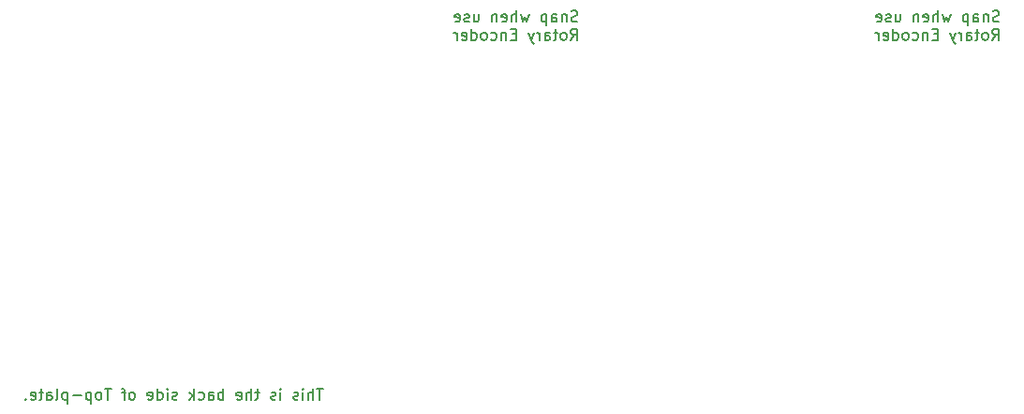
<source format=gbo>
G04 #@! TF.GenerationSoftware,KiCad,Pcbnew,5.1.5*
G04 #@! TF.CreationDate,2019-12-12T01:12:10+09:00*
G04 #@! TF.ProjectId,Navpad_top-32u4,4e617670-6164-45f7-946f-702d33327534,rev?*
G04 #@! TF.SameCoordinates,Original*
G04 #@! TF.FileFunction,Legend,Bot*
G04 #@! TF.FilePolarity,Positive*
%FSLAX46Y46*%
G04 Gerber Fmt 4.6, Leading zero omitted, Abs format (unit mm)*
G04 Created by KiCad (PCBNEW 5.1.5) date 2019-12-12 01:12:10*
%MOMM*%
%LPD*%
G04 APERTURE LIST*
%ADD10C,0.150000*%
G04 APERTURE END LIST*
D10*
X196873119Y-47268261D02*
X196730261Y-47315880D01*
X196492166Y-47315880D01*
X196396928Y-47268261D01*
X196349309Y-47220642D01*
X196301690Y-47125404D01*
X196301690Y-47030166D01*
X196349309Y-46934928D01*
X196396928Y-46887309D01*
X196492166Y-46839690D01*
X196682642Y-46792071D01*
X196777880Y-46744452D01*
X196825500Y-46696833D01*
X196873119Y-46601595D01*
X196873119Y-46506357D01*
X196825500Y-46411119D01*
X196777880Y-46363500D01*
X196682642Y-46315880D01*
X196444547Y-46315880D01*
X196301690Y-46363500D01*
X195873119Y-46649214D02*
X195873119Y-47315880D01*
X195873119Y-46744452D02*
X195825500Y-46696833D01*
X195730261Y-46649214D01*
X195587404Y-46649214D01*
X195492166Y-46696833D01*
X195444547Y-46792071D01*
X195444547Y-47315880D01*
X194539785Y-47315880D02*
X194539785Y-46792071D01*
X194587404Y-46696833D01*
X194682642Y-46649214D01*
X194873119Y-46649214D01*
X194968357Y-46696833D01*
X194539785Y-47268261D02*
X194635023Y-47315880D01*
X194873119Y-47315880D01*
X194968357Y-47268261D01*
X195015976Y-47173023D01*
X195015976Y-47077785D01*
X194968357Y-46982547D01*
X194873119Y-46934928D01*
X194635023Y-46934928D01*
X194539785Y-46887309D01*
X194063595Y-46649214D02*
X194063595Y-47649214D01*
X194063595Y-46696833D02*
X193968357Y-46649214D01*
X193777880Y-46649214D01*
X193682642Y-46696833D01*
X193635023Y-46744452D01*
X193587404Y-46839690D01*
X193587404Y-47125404D01*
X193635023Y-47220642D01*
X193682642Y-47268261D01*
X193777880Y-47315880D01*
X193968357Y-47315880D01*
X194063595Y-47268261D01*
X192492166Y-46649214D02*
X192301690Y-47315880D01*
X192111214Y-46839690D01*
X191920738Y-47315880D01*
X191730261Y-46649214D01*
X191349309Y-47315880D02*
X191349309Y-46315880D01*
X190920738Y-47315880D02*
X190920738Y-46792071D01*
X190968357Y-46696833D01*
X191063595Y-46649214D01*
X191206452Y-46649214D01*
X191301690Y-46696833D01*
X191349309Y-46744452D01*
X190063595Y-47268261D02*
X190158833Y-47315880D01*
X190349309Y-47315880D01*
X190444547Y-47268261D01*
X190492166Y-47173023D01*
X190492166Y-46792071D01*
X190444547Y-46696833D01*
X190349309Y-46649214D01*
X190158833Y-46649214D01*
X190063595Y-46696833D01*
X190015976Y-46792071D01*
X190015976Y-46887309D01*
X190492166Y-46982547D01*
X189587404Y-46649214D02*
X189587404Y-47315880D01*
X189587404Y-46744452D02*
X189539785Y-46696833D01*
X189444547Y-46649214D01*
X189301690Y-46649214D01*
X189206452Y-46696833D01*
X189158833Y-46792071D01*
X189158833Y-47315880D01*
X187492166Y-46649214D02*
X187492166Y-47315880D01*
X187920738Y-46649214D02*
X187920738Y-47173023D01*
X187873119Y-47268261D01*
X187777880Y-47315880D01*
X187635023Y-47315880D01*
X187539785Y-47268261D01*
X187492166Y-47220642D01*
X187063595Y-47268261D02*
X186968357Y-47315880D01*
X186777880Y-47315880D01*
X186682642Y-47268261D01*
X186635023Y-47173023D01*
X186635023Y-47125404D01*
X186682642Y-47030166D01*
X186777880Y-46982547D01*
X186920738Y-46982547D01*
X187015976Y-46934928D01*
X187063595Y-46839690D01*
X187063595Y-46792071D01*
X187015976Y-46696833D01*
X186920738Y-46649214D01*
X186777880Y-46649214D01*
X186682642Y-46696833D01*
X185825500Y-47268261D02*
X185920738Y-47315880D01*
X186111214Y-47315880D01*
X186206452Y-47268261D01*
X186254071Y-47173023D01*
X186254071Y-46792071D01*
X186206452Y-46696833D01*
X186111214Y-46649214D01*
X185920738Y-46649214D01*
X185825500Y-46696833D01*
X185777880Y-46792071D01*
X185777880Y-46887309D01*
X186254071Y-46982547D01*
X196254071Y-48965880D02*
X196587404Y-48489690D01*
X196825500Y-48965880D02*
X196825500Y-47965880D01*
X196444547Y-47965880D01*
X196349309Y-48013500D01*
X196301690Y-48061119D01*
X196254071Y-48156357D01*
X196254071Y-48299214D01*
X196301690Y-48394452D01*
X196349309Y-48442071D01*
X196444547Y-48489690D01*
X196825500Y-48489690D01*
X195682642Y-48965880D02*
X195777880Y-48918261D01*
X195825500Y-48870642D01*
X195873119Y-48775404D01*
X195873119Y-48489690D01*
X195825500Y-48394452D01*
X195777880Y-48346833D01*
X195682642Y-48299214D01*
X195539785Y-48299214D01*
X195444547Y-48346833D01*
X195396928Y-48394452D01*
X195349309Y-48489690D01*
X195349309Y-48775404D01*
X195396928Y-48870642D01*
X195444547Y-48918261D01*
X195539785Y-48965880D01*
X195682642Y-48965880D01*
X195063595Y-48299214D02*
X194682642Y-48299214D01*
X194920738Y-47965880D02*
X194920738Y-48823023D01*
X194873119Y-48918261D01*
X194777880Y-48965880D01*
X194682642Y-48965880D01*
X193920738Y-48965880D02*
X193920738Y-48442071D01*
X193968357Y-48346833D01*
X194063595Y-48299214D01*
X194254071Y-48299214D01*
X194349309Y-48346833D01*
X193920738Y-48918261D02*
X194015976Y-48965880D01*
X194254071Y-48965880D01*
X194349309Y-48918261D01*
X194396928Y-48823023D01*
X194396928Y-48727785D01*
X194349309Y-48632547D01*
X194254071Y-48584928D01*
X194015976Y-48584928D01*
X193920738Y-48537309D01*
X193444547Y-48965880D02*
X193444547Y-48299214D01*
X193444547Y-48489690D02*
X193396928Y-48394452D01*
X193349309Y-48346833D01*
X193254071Y-48299214D01*
X193158833Y-48299214D01*
X192920738Y-48299214D02*
X192682642Y-48965880D01*
X192444547Y-48299214D02*
X192682642Y-48965880D01*
X192777880Y-49203976D01*
X192825500Y-49251595D01*
X192920738Y-49299214D01*
X191301690Y-48442071D02*
X190968357Y-48442071D01*
X190825500Y-48965880D02*
X191301690Y-48965880D01*
X191301690Y-47965880D01*
X190825500Y-47965880D01*
X190396928Y-48299214D02*
X190396928Y-48965880D01*
X190396928Y-48394452D02*
X190349309Y-48346833D01*
X190254071Y-48299214D01*
X190111214Y-48299214D01*
X190015976Y-48346833D01*
X189968357Y-48442071D01*
X189968357Y-48965880D01*
X189063595Y-48918261D02*
X189158833Y-48965880D01*
X189349309Y-48965880D01*
X189444547Y-48918261D01*
X189492166Y-48870642D01*
X189539785Y-48775404D01*
X189539785Y-48489690D01*
X189492166Y-48394452D01*
X189444547Y-48346833D01*
X189349309Y-48299214D01*
X189158833Y-48299214D01*
X189063595Y-48346833D01*
X188492166Y-48965880D02*
X188587404Y-48918261D01*
X188635023Y-48870642D01*
X188682642Y-48775404D01*
X188682642Y-48489690D01*
X188635023Y-48394452D01*
X188587404Y-48346833D01*
X188492166Y-48299214D01*
X188349309Y-48299214D01*
X188254071Y-48346833D01*
X188206452Y-48394452D01*
X188158833Y-48489690D01*
X188158833Y-48775404D01*
X188206452Y-48870642D01*
X188254071Y-48918261D01*
X188349309Y-48965880D01*
X188492166Y-48965880D01*
X187301690Y-48965880D02*
X187301690Y-47965880D01*
X187301690Y-48918261D02*
X187396928Y-48965880D01*
X187587404Y-48965880D01*
X187682642Y-48918261D01*
X187730261Y-48870642D01*
X187777880Y-48775404D01*
X187777880Y-48489690D01*
X187730261Y-48394452D01*
X187682642Y-48346833D01*
X187587404Y-48299214D01*
X187396928Y-48299214D01*
X187301690Y-48346833D01*
X186444547Y-48918261D02*
X186539785Y-48965880D01*
X186730261Y-48965880D01*
X186825500Y-48918261D01*
X186873119Y-48823023D01*
X186873119Y-48442071D01*
X186825500Y-48346833D01*
X186730261Y-48299214D01*
X186539785Y-48299214D01*
X186444547Y-48346833D01*
X186396928Y-48442071D01*
X186396928Y-48537309D01*
X186873119Y-48632547D01*
X185968357Y-48965880D02*
X185968357Y-48299214D01*
X185968357Y-48489690D02*
X185920738Y-48394452D01*
X185873119Y-48346833D01*
X185777880Y-48299214D01*
X185682642Y-48299214D01*
X158773119Y-47268261D02*
X158630261Y-47315880D01*
X158392166Y-47315880D01*
X158296928Y-47268261D01*
X158249309Y-47220642D01*
X158201690Y-47125404D01*
X158201690Y-47030166D01*
X158249309Y-46934928D01*
X158296928Y-46887309D01*
X158392166Y-46839690D01*
X158582642Y-46792071D01*
X158677880Y-46744452D01*
X158725500Y-46696833D01*
X158773119Y-46601595D01*
X158773119Y-46506357D01*
X158725500Y-46411119D01*
X158677880Y-46363500D01*
X158582642Y-46315880D01*
X158344547Y-46315880D01*
X158201690Y-46363500D01*
X157773119Y-46649214D02*
X157773119Y-47315880D01*
X157773119Y-46744452D02*
X157725500Y-46696833D01*
X157630261Y-46649214D01*
X157487404Y-46649214D01*
X157392166Y-46696833D01*
X157344547Y-46792071D01*
X157344547Y-47315880D01*
X156439785Y-47315880D02*
X156439785Y-46792071D01*
X156487404Y-46696833D01*
X156582642Y-46649214D01*
X156773119Y-46649214D01*
X156868357Y-46696833D01*
X156439785Y-47268261D02*
X156535023Y-47315880D01*
X156773119Y-47315880D01*
X156868357Y-47268261D01*
X156915976Y-47173023D01*
X156915976Y-47077785D01*
X156868357Y-46982547D01*
X156773119Y-46934928D01*
X156535023Y-46934928D01*
X156439785Y-46887309D01*
X155963595Y-46649214D02*
X155963595Y-47649214D01*
X155963595Y-46696833D02*
X155868357Y-46649214D01*
X155677880Y-46649214D01*
X155582642Y-46696833D01*
X155535023Y-46744452D01*
X155487404Y-46839690D01*
X155487404Y-47125404D01*
X155535023Y-47220642D01*
X155582642Y-47268261D01*
X155677880Y-47315880D01*
X155868357Y-47315880D01*
X155963595Y-47268261D01*
X154392166Y-46649214D02*
X154201690Y-47315880D01*
X154011214Y-46839690D01*
X153820738Y-47315880D01*
X153630261Y-46649214D01*
X153249309Y-47315880D02*
X153249309Y-46315880D01*
X152820738Y-47315880D02*
X152820738Y-46792071D01*
X152868357Y-46696833D01*
X152963595Y-46649214D01*
X153106452Y-46649214D01*
X153201690Y-46696833D01*
X153249309Y-46744452D01*
X151963595Y-47268261D02*
X152058833Y-47315880D01*
X152249309Y-47315880D01*
X152344547Y-47268261D01*
X152392166Y-47173023D01*
X152392166Y-46792071D01*
X152344547Y-46696833D01*
X152249309Y-46649214D01*
X152058833Y-46649214D01*
X151963595Y-46696833D01*
X151915976Y-46792071D01*
X151915976Y-46887309D01*
X152392166Y-46982547D01*
X151487404Y-46649214D02*
X151487404Y-47315880D01*
X151487404Y-46744452D02*
X151439785Y-46696833D01*
X151344547Y-46649214D01*
X151201690Y-46649214D01*
X151106452Y-46696833D01*
X151058833Y-46792071D01*
X151058833Y-47315880D01*
X149392166Y-46649214D02*
X149392166Y-47315880D01*
X149820738Y-46649214D02*
X149820738Y-47173023D01*
X149773119Y-47268261D01*
X149677880Y-47315880D01*
X149535023Y-47315880D01*
X149439785Y-47268261D01*
X149392166Y-47220642D01*
X148963595Y-47268261D02*
X148868357Y-47315880D01*
X148677880Y-47315880D01*
X148582642Y-47268261D01*
X148535023Y-47173023D01*
X148535023Y-47125404D01*
X148582642Y-47030166D01*
X148677880Y-46982547D01*
X148820738Y-46982547D01*
X148915976Y-46934928D01*
X148963595Y-46839690D01*
X148963595Y-46792071D01*
X148915976Y-46696833D01*
X148820738Y-46649214D01*
X148677880Y-46649214D01*
X148582642Y-46696833D01*
X147725500Y-47268261D02*
X147820738Y-47315880D01*
X148011214Y-47315880D01*
X148106452Y-47268261D01*
X148154071Y-47173023D01*
X148154071Y-46792071D01*
X148106452Y-46696833D01*
X148011214Y-46649214D01*
X147820738Y-46649214D01*
X147725500Y-46696833D01*
X147677880Y-46792071D01*
X147677880Y-46887309D01*
X148154071Y-46982547D01*
X158154071Y-48965880D02*
X158487404Y-48489690D01*
X158725500Y-48965880D02*
X158725500Y-47965880D01*
X158344547Y-47965880D01*
X158249309Y-48013500D01*
X158201690Y-48061119D01*
X158154071Y-48156357D01*
X158154071Y-48299214D01*
X158201690Y-48394452D01*
X158249309Y-48442071D01*
X158344547Y-48489690D01*
X158725500Y-48489690D01*
X157582642Y-48965880D02*
X157677880Y-48918261D01*
X157725500Y-48870642D01*
X157773119Y-48775404D01*
X157773119Y-48489690D01*
X157725500Y-48394452D01*
X157677880Y-48346833D01*
X157582642Y-48299214D01*
X157439785Y-48299214D01*
X157344547Y-48346833D01*
X157296928Y-48394452D01*
X157249309Y-48489690D01*
X157249309Y-48775404D01*
X157296928Y-48870642D01*
X157344547Y-48918261D01*
X157439785Y-48965880D01*
X157582642Y-48965880D01*
X156963595Y-48299214D02*
X156582642Y-48299214D01*
X156820738Y-47965880D02*
X156820738Y-48823023D01*
X156773119Y-48918261D01*
X156677880Y-48965880D01*
X156582642Y-48965880D01*
X155820738Y-48965880D02*
X155820738Y-48442071D01*
X155868357Y-48346833D01*
X155963595Y-48299214D01*
X156154071Y-48299214D01*
X156249309Y-48346833D01*
X155820738Y-48918261D02*
X155915976Y-48965880D01*
X156154071Y-48965880D01*
X156249309Y-48918261D01*
X156296928Y-48823023D01*
X156296928Y-48727785D01*
X156249309Y-48632547D01*
X156154071Y-48584928D01*
X155915976Y-48584928D01*
X155820738Y-48537309D01*
X155344547Y-48965880D02*
X155344547Y-48299214D01*
X155344547Y-48489690D02*
X155296928Y-48394452D01*
X155249309Y-48346833D01*
X155154071Y-48299214D01*
X155058833Y-48299214D01*
X154820738Y-48299214D02*
X154582642Y-48965880D01*
X154344547Y-48299214D02*
X154582642Y-48965880D01*
X154677880Y-49203976D01*
X154725500Y-49251595D01*
X154820738Y-49299214D01*
X153201690Y-48442071D02*
X152868357Y-48442071D01*
X152725500Y-48965880D02*
X153201690Y-48965880D01*
X153201690Y-47965880D01*
X152725500Y-47965880D01*
X152296928Y-48299214D02*
X152296928Y-48965880D01*
X152296928Y-48394452D02*
X152249309Y-48346833D01*
X152154071Y-48299214D01*
X152011214Y-48299214D01*
X151915976Y-48346833D01*
X151868357Y-48442071D01*
X151868357Y-48965880D01*
X150963595Y-48918261D02*
X151058833Y-48965880D01*
X151249309Y-48965880D01*
X151344547Y-48918261D01*
X151392166Y-48870642D01*
X151439785Y-48775404D01*
X151439785Y-48489690D01*
X151392166Y-48394452D01*
X151344547Y-48346833D01*
X151249309Y-48299214D01*
X151058833Y-48299214D01*
X150963595Y-48346833D01*
X150392166Y-48965880D02*
X150487404Y-48918261D01*
X150535023Y-48870642D01*
X150582642Y-48775404D01*
X150582642Y-48489690D01*
X150535023Y-48394452D01*
X150487404Y-48346833D01*
X150392166Y-48299214D01*
X150249309Y-48299214D01*
X150154071Y-48346833D01*
X150106452Y-48394452D01*
X150058833Y-48489690D01*
X150058833Y-48775404D01*
X150106452Y-48870642D01*
X150154071Y-48918261D01*
X150249309Y-48965880D01*
X150392166Y-48965880D01*
X149201690Y-48965880D02*
X149201690Y-47965880D01*
X149201690Y-48918261D02*
X149296928Y-48965880D01*
X149487404Y-48965880D01*
X149582642Y-48918261D01*
X149630261Y-48870642D01*
X149677880Y-48775404D01*
X149677880Y-48489690D01*
X149630261Y-48394452D01*
X149582642Y-48346833D01*
X149487404Y-48299214D01*
X149296928Y-48299214D01*
X149201690Y-48346833D01*
X148344547Y-48918261D02*
X148439785Y-48965880D01*
X148630261Y-48965880D01*
X148725500Y-48918261D01*
X148773119Y-48823023D01*
X148773119Y-48442071D01*
X148725500Y-48346833D01*
X148630261Y-48299214D01*
X148439785Y-48299214D01*
X148344547Y-48346833D01*
X148296928Y-48442071D01*
X148296928Y-48537309D01*
X148773119Y-48632547D01*
X147868357Y-48965880D02*
X147868357Y-48299214D01*
X147868357Y-48489690D02*
X147820738Y-48394452D01*
X147773119Y-48346833D01*
X147677880Y-48299214D01*
X147582642Y-48299214D01*
X135769250Y-80478380D02*
X135197821Y-80478380D01*
X135483535Y-81478380D02*
X135483535Y-80478380D01*
X134864488Y-81478380D02*
X134864488Y-80478380D01*
X134435916Y-81478380D02*
X134435916Y-80954571D01*
X134483535Y-80859333D01*
X134578773Y-80811714D01*
X134721630Y-80811714D01*
X134816869Y-80859333D01*
X134864488Y-80906952D01*
X133959726Y-81478380D02*
X133959726Y-80811714D01*
X133959726Y-80478380D02*
X134007345Y-80526000D01*
X133959726Y-80573619D01*
X133912107Y-80526000D01*
X133959726Y-80478380D01*
X133959726Y-80573619D01*
X133531154Y-81430761D02*
X133435916Y-81478380D01*
X133245440Y-81478380D01*
X133150202Y-81430761D01*
X133102583Y-81335523D01*
X133102583Y-81287904D01*
X133150202Y-81192666D01*
X133245440Y-81145047D01*
X133388297Y-81145047D01*
X133483535Y-81097428D01*
X133531154Y-81002190D01*
X133531154Y-80954571D01*
X133483535Y-80859333D01*
X133388297Y-80811714D01*
X133245440Y-80811714D01*
X133150202Y-80859333D01*
X131912107Y-81478380D02*
X131912107Y-80811714D01*
X131912107Y-80478380D02*
X131959726Y-80526000D01*
X131912107Y-80573619D01*
X131864488Y-80526000D01*
X131912107Y-80478380D01*
X131912107Y-80573619D01*
X131483535Y-81430761D02*
X131388297Y-81478380D01*
X131197821Y-81478380D01*
X131102583Y-81430761D01*
X131054964Y-81335523D01*
X131054964Y-81287904D01*
X131102583Y-81192666D01*
X131197821Y-81145047D01*
X131340678Y-81145047D01*
X131435916Y-81097428D01*
X131483535Y-81002190D01*
X131483535Y-80954571D01*
X131435916Y-80859333D01*
X131340678Y-80811714D01*
X131197821Y-80811714D01*
X131102583Y-80859333D01*
X130007345Y-80811714D02*
X129626392Y-80811714D01*
X129864488Y-80478380D02*
X129864488Y-81335523D01*
X129816869Y-81430761D01*
X129721630Y-81478380D01*
X129626392Y-81478380D01*
X129293059Y-81478380D02*
X129293059Y-80478380D01*
X128864488Y-81478380D02*
X128864488Y-80954571D01*
X128912107Y-80859333D01*
X129007345Y-80811714D01*
X129150202Y-80811714D01*
X129245440Y-80859333D01*
X129293059Y-80906952D01*
X128007345Y-81430761D02*
X128102583Y-81478380D01*
X128293059Y-81478380D01*
X128388297Y-81430761D01*
X128435916Y-81335523D01*
X128435916Y-80954571D01*
X128388297Y-80859333D01*
X128293059Y-80811714D01*
X128102583Y-80811714D01*
X128007345Y-80859333D01*
X127959726Y-80954571D01*
X127959726Y-81049809D01*
X128435916Y-81145047D01*
X126769250Y-81478380D02*
X126769250Y-80478380D01*
X126769250Y-80859333D02*
X126674011Y-80811714D01*
X126483535Y-80811714D01*
X126388297Y-80859333D01*
X126340678Y-80906952D01*
X126293059Y-81002190D01*
X126293059Y-81287904D01*
X126340678Y-81383142D01*
X126388297Y-81430761D01*
X126483535Y-81478380D01*
X126674011Y-81478380D01*
X126769250Y-81430761D01*
X125435916Y-81478380D02*
X125435916Y-80954571D01*
X125483535Y-80859333D01*
X125578773Y-80811714D01*
X125769250Y-80811714D01*
X125864488Y-80859333D01*
X125435916Y-81430761D02*
X125531154Y-81478380D01*
X125769250Y-81478380D01*
X125864488Y-81430761D01*
X125912107Y-81335523D01*
X125912107Y-81240285D01*
X125864488Y-81145047D01*
X125769250Y-81097428D01*
X125531154Y-81097428D01*
X125435916Y-81049809D01*
X124531154Y-81430761D02*
X124626392Y-81478380D01*
X124816869Y-81478380D01*
X124912107Y-81430761D01*
X124959726Y-81383142D01*
X125007345Y-81287904D01*
X125007345Y-81002190D01*
X124959726Y-80906952D01*
X124912107Y-80859333D01*
X124816869Y-80811714D01*
X124626392Y-80811714D01*
X124531154Y-80859333D01*
X124102583Y-81478380D02*
X124102583Y-80478380D01*
X124007345Y-81097428D02*
X123721630Y-81478380D01*
X123721630Y-80811714D02*
X124102583Y-81192666D01*
X122578773Y-81430761D02*
X122483535Y-81478380D01*
X122293059Y-81478380D01*
X122197821Y-81430761D01*
X122150202Y-81335523D01*
X122150202Y-81287904D01*
X122197821Y-81192666D01*
X122293059Y-81145047D01*
X122435916Y-81145047D01*
X122531154Y-81097428D01*
X122578773Y-81002190D01*
X122578773Y-80954571D01*
X122531154Y-80859333D01*
X122435916Y-80811714D01*
X122293059Y-80811714D01*
X122197821Y-80859333D01*
X121721630Y-81478380D02*
X121721630Y-80811714D01*
X121721630Y-80478380D02*
X121769250Y-80526000D01*
X121721630Y-80573619D01*
X121674011Y-80526000D01*
X121721630Y-80478380D01*
X121721630Y-80573619D01*
X120816869Y-81478380D02*
X120816869Y-80478380D01*
X120816869Y-81430761D02*
X120912107Y-81478380D01*
X121102583Y-81478380D01*
X121197821Y-81430761D01*
X121245440Y-81383142D01*
X121293059Y-81287904D01*
X121293059Y-81002190D01*
X121245440Y-80906952D01*
X121197821Y-80859333D01*
X121102583Y-80811714D01*
X120912107Y-80811714D01*
X120816869Y-80859333D01*
X119959726Y-81430761D02*
X120054964Y-81478380D01*
X120245440Y-81478380D01*
X120340678Y-81430761D01*
X120388297Y-81335523D01*
X120388297Y-80954571D01*
X120340678Y-80859333D01*
X120245440Y-80811714D01*
X120054964Y-80811714D01*
X119959726Y-80859333D01*
X119912107Y-80954571D01*
X119912107Y-81049809D01*
X120388297Y-81145047D01*
X118578773Y-81478380D02*
X118674011Y-81430761D01*
X118721630Y-81383142D01*
X118769250Y-81287904D01*
X118769250Y-81002190D01*
X118721630Y-80906952D01*
X118674011Y-80859333D01*
X118578773Y-80811714D01*
X118435916Y-80811714D01*
X118340678Y-80859333D01*
X118293059Y-80906952D01*
X118245440Y-81002190D01*
X118245440Y-81287904D01*
X118293059Y-81383142D01*
X118340678Y-81430761D01*
X118435916Y-81478380D01*
X118578773Y-81478380D01*
X117959726Y-80811714D02*
X117578773Y-80811714D01*
X117816869Y-81478380D02*
X117816869Y-80621238D01*
X117769250Y-80526000D01*
X117674011Y-80478380D01*
X117578773Y-80478380D01*
X116626392Y-80478380D02*
X116054964Y-80478380D01*
X116340678Y-81478380D02*
X116340678Y-80478380D01*
X115578773Y-81478380D02*
X115674011Y-81430761D01*
X115721630Y-81383142D01*
X115769250Y-81287904D01*
X115769250Y-81002190D01*
X115721630Y-80906952D01*
X115674011Y-80859333D01*
X115578773Y-80811714D01*
X115435916Y-80811714D01*
X115340678Y-80859333D01*
X115293059Y-80906952D01*
X115245440Y-81002190D01*
X115245440Y-81287904D01*
X115293059Y-81383142D01*
X115340678Y-81430761D01*
X115435916Y-81478380D01*
X115578773Y-81478380D01*
X114816869Y-80811714D02*
X114816869Y-81811714D01*
X114816869Y-80859333D02*
X114721630Y-80811714D01*
X114531154Y-80811714D01*
X114435916Y-80859333D01*
X114388297Y-80906952D01*
X114340678Y-81002190D01*
X114340678Y-81287904D01*
X114388297Y-81383142D01*
X114435916Y-81430761D01*
X114531154Y-81478380D01*
X114721630Y-81478380D01*
X114816869Y-81430761D01*
X113912107Y-81097428D02*
X113150202Y-81097428D01*
X112674011Y-80811714D02*
X112674011Y-81811714D01*
X112674011Y-80859333D02*
X112578773Y-80811714D01*
X112388297Y-80811714D01*
X112293059Y-80859333D01*
X112245440Y-80906952D01*
X112197821Y-81002190D01*
X112197821Y-81287904D01*
X112245440Y-81383142D01*
X112293059Y-81430761D01*
X112388297Y-81478380D01*
X112578773Y-81478380D01*
X112674011Y-81430761D01*
X111626392Y-81478380D02*
X111721630Y-81430761D01*
X111769250Y-81335523D01*
X111769250Y-80478380D01*
X110816869Y-81478380D02*
X110816869Y-80954571D01*
X110864488Y-80859333D01*
X110959726Y-80811714D01*
X111150202Y-80811714D01*
X111245440Y-80859333D01*
X110816869Y-81430761D02*
X110912107Y-81478380D01*
X111150202Y-81478380D01*
X111245440Y-81430761D01*
X111293059Y-81335523D01*
X111293059Y-81240285D01*
X111245440Y-81145047D01*
X111150202Y-81097428D01*
X110912107Y-81097428D01*
X110816869Y-81049809D01*
X110483535Y-80811714D02*
X110102583Y-80811714D01*
X110340678Y-80478380D02*
X110340678Y-81335523D01*
X110293059Y-81430761D01*
X110197821Y-81478380D01*
X110102583Y-81478380D01*
X109388297Y-81430761D02*
X109483535Y-81478380D01*
X109674011Y-81478380D01*
X109769250Y-81430761D01*
X109816869Y-81335523D01*
X109816869Y-80954571D01*
X109769250Y-80859333D01*
X109674011Y-80811714D01*
X109483535Y-80811714D01*
X109388297Y-80859333D01*
X109340678Y-80954571D01*
X109340678Y-81049809D01*
X109816869Y-81145047D01*
X108912107Y-81383142D02*
X108864488Y-81430761D01*
X108912107Y-81478380D01*
X108959726Y-81430761D01*
X108912107Y-81383142D01*
X108912107Y-81478380D01*
M02*

</source>
